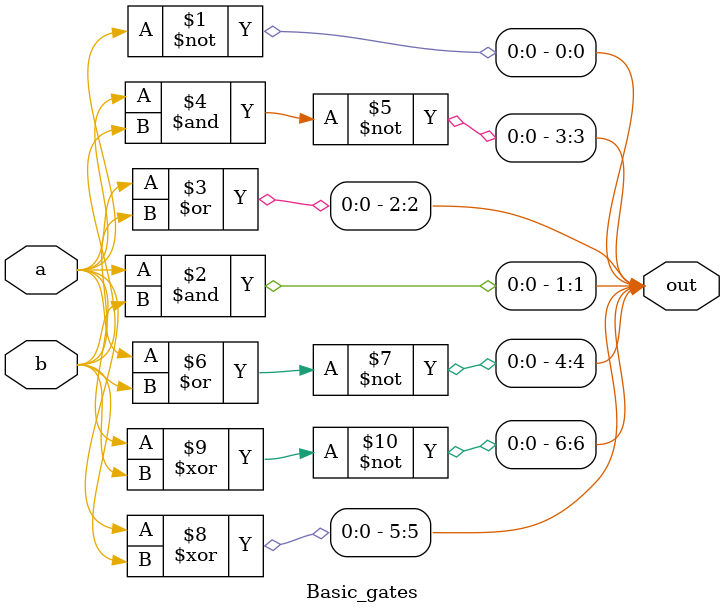
<source format=v>
module Basic_gates(
    input a,
    input b,
    output [0:6]out  
    );
    assign out[0]=~a;
    assign out[1]=a&b;
    assign out[2]=a|b;
    assign out[3]=~(a &b);
    assign out[4]=~(a|b);
    assign out[5]=a^b;
    assign out[6]=~(a^b);
    endmodule
	
</source>
